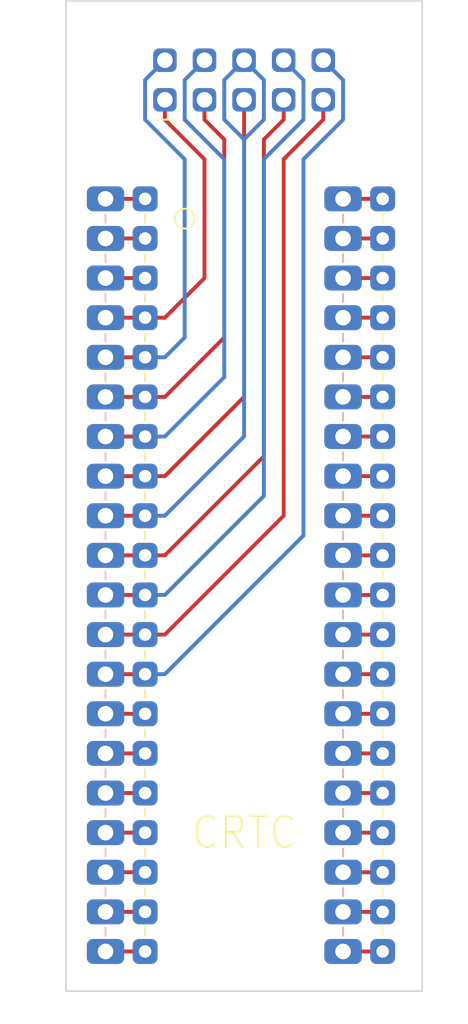
<source format=kicad_pcb>
(kicad_pcb (version 20240108) (generator "pcbnew") (generator_version "8.0")
  (title_block (title "CRTC WIRE ADAPTER") (date "2023-02-21") (rev "V001") (comment 2 "creativecommons.org/licenses/by-sa/4.0/") (comment 3 "License: CC BY-SA 4.0") (comment 4 "Author: InsaneDruid"))
  (layers (0 "F.Cu" signal) (31 "B.Cu" signal) (34 "B.Paste" user) (35 "F.Paste" user) (36 "B.SilkS" user "B.Silkscreen") (37 "F.SilkS" user "F.Silkscreen") (38 "B.Mask" user) (39 "F.Mask" user) (44 "Edge.Cuts" user))
  (net 0 "")
  (net 1 "GND")
  (net 2 "/~{RES}")
  (net 3 "/LPEN")
  (net 4 "/MA0")
  (net 5 "/MA1")
  (net 6 "/MA2")
  (net 7 "/MA3")
  (net 8 "/MA4")
  (net 9 "/MA5")
  (net 10 "/MA6")
  (net 11 "/MA7")
  (net 12 "/MA8")
  (net 13 "/MA9")
  (net 14 "/MA10")
  (net 15 "/MA11")
  (net 16 "/MA12")
  (net 17 "/MA13")
  (net 18 "/DISP_EN")
  (net 19 "/CURSOR")
  (net 20 "+5V")
  (net 21 "/VSYNC")
  (net 22 "/HSYNC")
  (net 23 "/RA0")
  (net 24 "/RA1")
  (net 25 "/RA2")
  (net 26 "/RA3")
  (net 27 "/RA4")
  (net 28 "/DB0")
  (net 29 "/DB1")
  (net 30 "/DB2")
  (net 31 "/DB3")
  (net 32 "/DB4")
  (net 33 "/DB5")
  (net 34 "/DB6")
  (net 35 "/DB7")
  (net 36 "/~{CS}")
  (net 37 "/RS")
  (net 38 "/PHI2")
  (net 39 "/R{slash}~{W}")
  (net 40 "/CCLOCK")
  (footprint "hrXX_lib_fp:DIP-40_W15.24mm_Socket" (layer "F.Cu") (at 91.44 40.64)
    (property "Reference" "U1" (hide yes))
    (property "Value" "6545")
    (fp_line (start 0 1.016) (end 0 1.524) (stroke (width 0.12)) (layer "F.SilkS"))
    (fp_line (start 0 3.556) (end 0 4.064) (stroke (width 0.12)) (layer "F.SilkS"))
    (fp_line (start 0 6.096) (end 0 6.604) (stroke (width 0.12)) (layer "F.SilkS"))
    (fp_line (start 0 8.636) (end 0 9.144) (stroke (width 0.12)) (layer "F.SilkS"))
    (fp_line (start 0 11.176) (end 0 11.684) (stroke (width 0.12)) (layer "F.SilkS"))
    (fp_line (start 0 13.716) (end 0 14.224) (stroke (width 0.12)) (layer "F.SilkS"))
    (fp_line (start 0 16.256) (end 0 16.764) (stroke (width 0.12)) (layer "F.SilkS"))
    (fp_line (start 0 18.796) (end 0 19.304) (stroke (width 0.12)) (layer "F.SilkS"))
    (fp_line (start 0 21.336) (end 0 21.844) (stroke (width 0.12)) (layer "F.SilkS"))
    (fp_line (start 0 23.876) (end 0 24.384) (stroke (width 0.12)) (layer "F.SilkS"))
    (fp_line (start 0 26.416) (end 0 26.924) (stroke (width 0.12)) (layer "F.SilkS"))
    (fp_line (start 0 28.956) (end 0 29.464) (stroke (width 0.12)) (layer "F.SilkS"))
    (fp_line (start 0 31.496) (end 0 32.004) (stroke (width 0.12)) (layer "F.SilkS"))
    (fp_line (start 0 34.036) (end 0 34.544) (stroke (width 0.12)) (layer "F.SilkS"))
    (fp_line (start 0 36.576) (end 0 37.084) (stroke (width 0.12)) (layer "F.SilkS"))
    (fp_line (start 0 39.116) (end 0 39.624) (stroke (width 0.12)) (layer "F.SilkS"))
    (fp_line (start 0 41.656) (end 0 42.164) (stroke (width 0.12)) (layer "F.SilkS"))
    (fp_line (start 0 44.196) (end 0 44.704) (stroke (width 0.12)) (layer "F.SilkS"))
    (fp_line (start 0 46.736) (end 0 47.244) (stroke (width 0.12)) (layer "F.SilkS"))
    (fp_line (start 15.24 1.016) (end 15.24 1.524) (stroke (width 0.12)) (layer "F.SilkS"))
    (fp_line (start 15.24 3.556) (end 15.24 4.064) (stroke (width 0.12)) (layer "F.SilkS"))
    (fp_line (start 15.24 6.096) (end 15.24 6.604) (stroke (width 0.12)) (layer "F.SilkS"))
    (fp_line (start 15.24 8.636) (end 15.24 9.144) (stroke (width 0.12)) (layer "F.SilkS"))
    (fp_line (start 15.24 11.176) (end 15.24 11.684) (stroke (width 0.12)) (layer "F.SilkS"))
    (fp_line (start 15.24 13.716) (end 15.24 14.224) (stroke (width 0.12)) (layer "F.SilkS"))
    (fp_line (start 15.24 16.256) (end 15.24 16.764) (stroke (width 0.12)) (layer "F.SilkS"))
    (fp_line (start 15.24 18.796) (end 15.24 19.304) (stroke (width 0.12)) (layer "F.SilkS"))
    (fp_line (start 15.24 21.336) (end 15.24 21.844) (stroke (width 0.12)) (layer "F.SilkS"))
    (fp_line (start 15.24 23.876) (end 15.24 24.384) (stroke (width 0.12)) (layer "F.SilkS"))
    (fp_line (start 15.24 26.416) (end 15.24 26.924) (stroke (width 0.12)) (layer "F.SilkS"))
    (fp_line (start 15.24 28.956) (end 15.24 29.464) (stroke (width 0.12)) (layer "F.SilkS"))
    (fp_line (start 15.24 31.496) (end 15.24 32.004) (stroke (width 0.12)) (layer "F.SilkS"))
    (fp_line (start 15.24 34.036) (end 15.24 34.544) (stroke (width 0.12)) (layer "F.SilkS"))
    (fp_line (start 15.24 36.576) (end 15.24 37.084) (stroke (width 0.12)) (layer "F.SilkS"))
    (fp_line (start 15.24 39.116) (end 15.24 39.624) (stroke (width 0.12)) (layer "F.SilkS"))
    (fp_line (start 15.24 41.656) (end 15.24 42.164) (stroke (width 0.12)) (layer "F.SilkS"))
    (fp_line (start 15.24 44.196) (end 15.24 44.704) (stroke (width 0.12)) (layer "F.SilkS"))
    (fp_line (start 15.24 46.736) (end 15.24 47.244) (stroke (width 0.12)) (layer "F.SilkS"))
    (fp_circle (center 2.54 1.27) (end 3.175 1.27) (stroke (width 0.12)) (fill none) (layer "F.SilkS"))
    (pad "1" thru_hole roundrect (at 0 0) (size 1.6 1.6) (drill 0.8) (layers "*.Cu" "*.Mask") (net 1 "GND"))
    (pad "2" thru_hole roundrect (at 0 2.54) (size 1.6 1.6) (drill 0.8) (layers "*.Cu" "*.Mask") (net 2 "/~{RES}"))
    (pad "3" thru_hole roundrect (at 0 5.08) (size 1.6 1.6) (drill 0.8) (layers "*.Cu" "*.Mask") (net 3 "/LPEN"))
    (pad "4" thru_hole roundrect (at 0 7.62) (size 1.6 1.6) (drill 0.8) (layers "*.Cu" "*.Mask") (net 4 "/MA0"))
    (pad "5" thru_hole roundrect (at 0 10.16) (size 1.6 1.6) (drill 0.8) (layers "*.Cu" "*.Mask") (net 5 "/MA1"))
    (pad "6" thru_hole roundrect (at 0 12.7) (size 1.6 1.6) (drill 0.8) (layers "*.Cu" "*.Mask") (net 6 "/MA2"))
    (pad "7" thru_hole roundrect (at 0 15.24) (size 1.6 1.6) (drill 0.8) (layers "*.Cu" "*.Mask") (net 7 "/MA3"))
    (pad "8" thru_hole roundrect (at 0 17.78) (size 1.6 1.6) (drill 0.8) (layers "*.Cu" "*.Mask") (net 8 "/MA4"))
    (pad "9" thru_hole roundrect (at 0 20.32) (size 1.6 1.6) (drill 0.8) (layers "*.Cu" "*.Mask") (net 9 "/MA5"))
    (pad "10" thru_hole roundrect (at 0 22.86) (size 1.6 1.6) (drill 0.8) (layers "*.Cu" "*.Mask") (net 10 "/MA6"))
    (pad "11" thru_hole roundrect (at 0 25.4) (size 1.6 1.6) (drill 0.8) (layers "*.Cu" "*.Mask") (net 11 "/MA7"))
    (pad "12" thru_hole roundrect (at 0 27.94) (size 1.6 1.6) (drill 0.8) (layers "*.Cu" "*.Mask") (net 12 "/MA8"))
    (pad "13" thru_hole roundrect (at 0 30.48) (size 1.6 1.6) (drill 0.8) (layers "*.Cu" "*.Mask") (net 13 "/MA9"))
    (pad "14" thru_hole roundrect (at 0 33.02) (size 1.6 1.6) (drill 0.8) (layers "*.Cu" "*.Mask") (net 14 "/MA10"))
    (pad "15" thru_hole roundrect (at 0 35.56) (size 1.6 1.6) (drill 0.8) (layers "*.Cu" "*.Mask") (net 15 "/MA11"))
    (pad "16" thru_hole roundrect (at 0 38.1) (size 1.6 1.6) (drill 0.8) (layers "*.Cu" "*.Mask") (net 16 "/MA12"))
    (pad "17" thru_hole roundrect (at 0 40.64) (size 1.6 1.6) (drill 0.8) (layers "*.Cu" "*.Mask") (net 17 "/MA13"))
    (pad "18" thru_hole roundrect (at 0 43.18) (size 1.6 1.6) (drill 0.8) (layers "*.Cu" "*.Mask") (net 18 "/DISP_EN"))
    (pad "19" thru_hole roundrect (at 0 45.72) (size 1.6 1.6) (drill 0.8) (layers "*.Cu" "*.Mask") (net 19 "/CURSOR"))
    (pad "20" thru_hole roundrect (at 0 48.26) (size 1.6 1.6) (drill 0.8) (layers "*.Cu" "*.Mask") (net 20 "+5V"))
    (pad "21" thru_hole roundrect (at 15.24 48.26) (size 1.6 1.6) (drill 0.8) (layers "*.Cu" "*.Mask") (net 40 "/CCLOCK"))
    (pad "22" thru_hole roundrect (at 15.24 45.72) (size 1.6 1.6) (drill 0.8) (layers "*.Cu" "*.Mask") (net 39 "/R{slash}~{W}"))
    (pad "23" thru_hole roundrect (at 15.24 43.18) (size 1.6 1.6) (drill 0.8) (layers "*.Cu" "*.Mask") (net 38 "/PHI2"))
    (pad "24" thru_hole roundrect (at 15.24 40.64) (size 1.6 1.6) (drill 0.8) (layers "*.Cu" "*.Mask") (net 37 "/RS"))
    (pad "25" thru_hole roundrect (at 15.24 38.1) (size 1.6 1.6) (drill 0.8) (layers "*.Cu" "*.Mask") (net 36 "/~{CS}"))
    (pad "26" thru_hole roundrect (at 15.24 35.56) (size 1.6 1.6) (drill 0.8) (layers "*.Cu" "*.Mask") (net 35 "/DB7"))
    (pad "27" thru_hole roundrect (at 15.24 33.02) (size 1.6 1.6) (drill 0.8) (layers "*.Cu" "*.Mask") (net 34 "/DB6"))
    (pad "28" thru_hole roundrect (at 15.24 30.48) (size 1.6 1.6) (drill 0.8) (layers "*.Cu" "*.Mask") (net 33 "/DB5"))
    (pad "29" thru_hole roundrect (at 15.24 27.94) (size 1.6 1.6) (drill 0.8) (layers "*.Cu" "*.Mask") (net 32 "/DB4"))
    (pad "30" thru_hole roundrect (at 15.24 25.4) (size 1.6 1.6) (drill 0.8) (layers "*.Cu" "*.Mask") (net 31 "/DB3"))
    (pad "31" thru_hole roundrect (at 15.24 22.86) (size 1.6 1.6) (drill 0.8) (layers "*.Cu" "*.Mask") (net 30 "/DB2"))
    (pad "32" thru_hole roundrect (at 15.24 20.32) (size 1.6 1.6) (drill 0.8) (layers "*.Cu" "*.Mask") (net 29 "/DB1"))
    (pad "33" thru_hole roundrect (at 15.24 17.78) (size 1.6 1.6) (drill 0.8) (layers "*.Cu" "*.Mask") (net 28 "/DB0"))
    (pad "34" thru_hole roundrect (at 15.24 15.24) (size 1.6 1.6) (drill 0.8) (layers "*.Cu" "*.Mask") (net 27 "/RA4"))
    (pad "35" thru_hole roundrect (at 15.24 12.7) (size 1.6 1.6) (drill 0.8) (layers "*.Cu" "*.Mask") (net 26 "/RA3"))
    (pad "36" thru_hole roundrect (at 15.24 10.16) (size 1.6 1.6) (drill 0.8) (layers "*.Cu" "*.Mask") (net 25 "/RA2"))
    (pad "37" thru_hole roundrect (at 15.24 7.62) (size 1.6 1.6) (drill 0.8) (layers "*.Cu" "*.Mask") (net 24 "/RA1"))
    (pad "38" thru_hole roundrect (at 15.24 5.08) (size 1.6 1.6) (drill 0.8) (layers "*.Cu" "*.Mask") (net 23 "/RA0"))
    (pad "39" thru_hole roundrect (at 15.24 2.54) (size 1.6 1.6) (drill 0.8) (layers "*.Cu" "*.Mask") (net 22 "/HSYNC"))
    (pad "40" thru_hole roundrect (at 15.24 0) (size 1.6 1.6) (drill 0.8) (layers "*.Cu" "*.Mask") (net 21 "/VSYNC"))
  )
  (footprint "hrXX_lib_fp:Conn_02_05_Odd_Even" (layer "F.Cu") (at 92.71 34.29)
    (property "Reference" "J3" (hide yes))
    (property "Value" "Conn_01x10_Male")
    (fp_line (start -0.635 1.27) (end 0.635 1.27) (stroke (width 0.12)) (layer "F.SilkS"))
    (pad "1" thru_hole roundrect (at 0 0) (size 1.508 1.508) (drill 1) (layers "*.Cu" "*.Mask") (net 4 "/MA0"))
    (pad "2" thru_hole roundrect (at 0 -2.54) (size 1.508 1.508) (drill 1) (layers "*.Cu" "*.Mask") (net 5 "/MA1"))
    (pad "3" thru_hole roundrect (at 2.54 0) (size 1.508 1.508) (drill 1) (layers "*.Cu" "*.Mask") (net 6 "/MA2"))
    (pad "4" thru_hole roundrect (at 2.54 -2.54) (size 1.508 1.508) (drill 1) (layers "*.Cu" "*.Mask") (net 7 "/MA3"))
    (pad "5" thru_hole roundrect (at 5.08 0) (size 1.508 1.508) (drill 1) (layers "*.Cu" "*.Mask") (net 8 "/MA4"))
    (pad "6" thru_hole roundrect (at 5.08 -2.54) (size 1.508 1.508) (drill 1) (layers "*.Cu" "*.Mask") (net 9 "/MA5"))
    (pad "7" thru_hole roundrect (at 7.62 0) (size 1.508 1.508) (drill 1) (layers "*.Cu" "*.Mask") (net 10 "/MA6"))
    (pad "8" thru_hole roundrect (at 7.62 -2.54) (size 1.508 1.508) (drill 1) (layers "*.Cu" "*.Mask") (net 11 "/MA7"))
    (pad "9" thru_hole roundrect (at 10.16 0) (size 1.508 1.508) (drill 1) (layers "*.Cu" "*.Mask") (net 12 "/MA8"))
    (pad "10" thru_hole roundrect (at 10.16 -2.54) (size 1.508 1.508) (drill 1) (layers "*.Cu" "*.Mask") (net 13 "/MA9"))
  )
  (footprint "hrXX_lib_fp:PinHeader_1x20_P2.54mm_Vertical" (layer "B.Cu") (at 88.9 40.64 180)
    (property "Reference" "J1" (hide yes))
    (property "Value" "Conn_01x20_Male")
    (fp_line (start 0 -1.524) (end 0 -1.016) (stroke (width 0.12)) (layer "B.SilkS"))
    (fp_line (start 0 -4.064) (end 0 -3.556) (stroke (width 0.12)) (layer "B.SilkS"))
    (fp_line (start 0 -6.604) (end 0 -6.096) (stroke (width 0.12)) (layer "B.SilkS"))
    (fp_line (start 0 -9.144) (end 0 -8.636) (stroke (width 0.12)) (layer "B.SilkS"))
    (fp_line (start 0 -11.684) (end 0 -11.176) (stroke (width 0.12)) (layer "B.SilkS"))
    (fp_line (start 0 -14.224) (end 0 -13.716) (stroke (width 0.12)) (layer "B.SilkS"))
    (fp_line (start 0 -16.764) (end 0 -16.256) (stroke (width 0.12)) (layer "B.SilkS"))
    (fp_line (start 0 -19.304) (end 0 -18.796) (stroke (width 0.12)) (layer "B.SilkS"))
    (fp_line (start 0 -21.844) (end 0 -21.336) (stroke (width 0.12)) (layer "B.SilkS"))
    (fp_line (start 0 -24.384) (end 0 -23.876) (stroke (width 0.12)) (layer "B.SilkS"))
    (fp_line (start 0 -26.924) (end 0 -26.416) (stroke (width 0.12)) (layer "B.SilkS"))
    (fp_line (start 0 -29.464) (end 0 -28.956) (stroke (width 0.12)) (layer "B.SilkS"))
    (fp_line (start 0 -32.004) (end 0 -31.496) (stroke (width 0.12)) (layer "B.SilkS"))
    (fp_line (start 0 -34.544) (end 0 -34.036) (stroke (width 0.12)) (layer "B.SilkS"))
    (fp_line (start 0 -37.084) (end 0 -36.576) (stroke (width 0.12)) (layer "B.SilkS"))
    (fp_line (start 0 -39.624) (end 0 -39.116) (stroke (width 0.12)) (layer "B.SilkS"))
    (fp_line (start 0 -42.164) (end 0 -41.656) (stroke (width 0.12)) (layer "B.SilkS"))
    (fp_line (start 0 -44.704) (end 0 -44.196) (stroke (width 0.12)) (layer "B.SilkS"))
    (fp_line (start 0 -47.244) (end 0 -46.736) (stroke (width 0.12)) (layer "B.SilkS"))
    (pad "1" thru_hole roundrect (at 0 0 180) (size 2.4 1.6) (drill 1) (layers "*.Cu" "*.Mask") (net 1 "GND"))
    (pad "2" thru_hole roundrect (at 0 -2.54 180) (size 2.4 1.6) (drill 1) (layers "*.Cu" "*.Mask") (net 2 "/~{RES}"))
    (pad "3" thru_hole roundrect (at 0 -5.08 180) (size 2.4 1.6) (drill 1) (layers "*.Cu" "*.Mask") (net 3 "/LPEN"))
    (pad "4" thru_hole roundrect (at 0 -7.62 180) (size 2.4 1.6) (drill 1) (layers "*.Cu" "*.Mask") (net 4 "/MA0"))
    (pad "5" thru_hole roundrect (at 0 -10.16 180) (size 2.4 1.6) (drill 1) (layers "*.Cu" "*.Mask") (net 5 "/MA1"))
    (pad "6" thru_hole roundrect (at 0 -12.7 180) (size 2.4 1.6) (drill 1) (layers "*.Cu" "*.Mask") (net 6 "/MA2"))
    (pad "7" thru_hole roundrect (at 0 -15.24 180) (size 2.4 1.6) (drill 1) (layers "*.Cu" "*.Mask") (net 7 "/MA3"))
    (pad "8" thru_hole roundrect (at 0 -17.78 180) (size 2.4 1.6) (drill 1) (layers "*.Cu" "*.Mask") (net 8 "/MA4"))
    (pad "9" thru_hole roundrect (at 0 -20.32 180) (size 2.4 1.6) (drill 1) (layers "*.Cu" "*.Mask") (net 9 "/MA5"))
    (pad "10" thru_hole roundrect (at 0 -22.86 180) (size 2.4 1.6) (drill 1) (layers "*.Cu" "*.Mask") (net 10 "/MA6"))
    (pad "11" thru_hole roundrect (at 0 -25.4 180) (size 2.4 1.6) (drill 1) (layers "*.Cu" "*.Mask") (net 11 "/MA7"))
    (pad "12" thru_hole roundrect (at 0 -27.94 180) (size 2.4 1.6) (drill 1) (layers "*.Cu" "*.Mask") (net 12 "/MA8"))
    (pad "13" thru_hole roundrect (at 0 -30.48 180) (size 2.4 1.6) (drill 1) (layers "*.Cu" "*.Mask") (net 13 "/MA9"))
    (pad "14" thru_hole roundrect (at 0 -33.02 180) (size 2.4 1.6) (drill 1) (layers "*.Cu" "*.Mask") (net 14 "/MA10"))
    (pad "15" thru_hole roundrect (at 0 -35.56 180) (size 2.4 1.6) (drill 1) (layers "*.Cu" "*.Mask") (net 15 "/MA11"))
    (pad "16" thru_hole roundrect (at 0 -38.1 180) (size 2.4 1.6) (drill 1) (layers "*.Cu" "*.Mask") (net 16 "/MA12"))
    (pad "17" thru_hole roundrect (at 0 -40.64 180) (size 2.4 1.6) (drill 1) (layers "*.Cu" "*.Mask") (net 17 "/MA13"))
    (pad "18" thru_hole roundrect (at 0 -43.18 180) (size 2.4 1.6) (drill 1) (layers "*.Cu" "*.Mask") (net 18 "/DISP_EN"))
    (pad "19" thru_hole roundrect (at 0 -45.72 180) (size 2.4 1.6) (drill 1) (layers "*.Cu" "*.Mask") (net 19 "/CURSOR"))
    (pad "20" thru_hole roundrect (at 0 -48.26 180) (size 2.4 1.6) (drill 1) (layers "*.Cu" "*.Mask") (net 20 "+5V"))
  )
  (footprint "hrXX_lib_fp:PinHeader_1x20_P2.54mm_Vertical" (layer "B.Cu") (at 104.14 40.64 180)
    (property "Reference" "J2" (hide yes))
    (property "Value" "Conn_01x20_Male")
    (fp_line (start 0 -1.524) (end 0 -1.016) (stroke (width 0.12)) (layer "B.SilkS"))
    (fp_line (start 0 -4.064) (end 0 -3.556) (stroke (width 0.12)) (layer "B.SilkS"))
    (fp_line (start 0 -6.604) (end 0 -6.096) (stroke (width 0.12)) (layer "B.SilkS"))
    (fp_line (start 0 -9.144) (end 0 -8.636) (stroke (width 0.12)) (layer "B.SilkS"))
    (fp_line (start 0 -11.684) (end 0 -11.176) (stroke (width 0.12)) (layer "B.SilkS"))
    (fp_line (start 0 -14.224) (end 0 -13.716) (stroke (width 0.12)) (layer "B.SilkS"))
    (fp_line (start 0 -16.764) (end 0 -16.256) (stroke (width 0.12)) (layer "B.SilkS"))
    (fp_line (start 0 -19.304) (end 0 -18.796) (stroke (width 0.12)) (layer "B.SilkS"))
    (fp_line (start 0 -21.844) (end 0 -21.336) (stroke (width 0.12)) (layer "B.SilkS"))
    (fp_line (start 0 -24.384) (end 0 -23.876) (stroke (width 0.12)) (layer "B.SilkS"))
    (fp_line (start 0 -26.924) (end 0 -26.416) (stroke (width 0.12)) (layer "B.SilkS"))
    (fp_line (start 0 -29.464) (end 0 -28.956) (stroke (width 0.12)) (layer "B.SilkS"))
    (fp_line (start 0 -32.004) (end 0 -31.496) (stroke (width 0.12)) (layer "B.SilkS"))
    (fp_line (start 0 -34.544) (end 0 -34.036) (stroke (width 0.12)) (layer "B.SilkS"))
    (fp_line (start 0 -37.084) (end 0 -36.576) (stroke (width 0.12)) (layer "B.SilkS"))
    (fp_line (start 0 -39.624) (end 0 -39.116) (stroke (width 0.12)) (layer "B.SilkS"))
    (fp_line (start 0 -42.164) (end 0 -41.656) (stroke (width 0.12)) (layer "B.SilkS"))
    (fp_line (start 0 -44.704) (end 0 -44.196) (stroke (width 0.12)) (layer "B.SilkS"))
    (fp_line (start 0 -47.244) (end 0 -46.736) (stroke (width 0.12)) (layer "B.SilkS"))
    (pad "1" thru_hole roundrect (at 0 0 180) (size 2.4 1.6) (drill 1) (layers "*.Cu" "*.Mask") (net 21 "/VSYNC"))
    (pad "2" thru_hole roundrect (at 0 -2.54 180) (size 2.4 1.6) (drill 1) (layers "*.Cu" "*.Mask") (net 22 "/HSYNC"))
    (pad "3" thru_hole roundrect (at 0 -5.08 180) (size 2.4 1.6) (drill 1) (layers "*.Cu" "*.Mask") (net 23 "/RA0"))
    (pad "4" thru_hole roundrect (at 0 -7.62 180) (size 2.4 1.6) (drill 1) (layers "*.Cu" "*.Mask") (net 24 "/RA1"))
    (pad "5" thru_hole roundrect (at 0 -10.16 180) (size 2.4 1.6) (drill 1) (layers "*.Cu" "*.Mask") (net 25 "/RA2"))
    (pad "6" thru_hole roundrect (at 0 -12.7 180) (size 2.4 1.6) (drill 1) (layers "*.Cu" "*.Mask") (net 26 "/RA3"))
    (pad "7" thru_hole roundrect (at 0 -15.24 180) (size 2.4 1.6) (drill 1) (layers "*.Cu" "*.Mask") (net 27 "/RA4"))
    (pad "8" thru_hole roundrect (at 0 -17.78 180) (size 2.4 1.6) (drill 1) (layers "*.Cu" "*.Mask") (net 28 "/DB0"))
    (pad "9" thru_hole roundrect (at 0 -20.32 180) (size 2.4 1.6) (drill 1) (layers "*.Cu" "*.Mask") (net 29 "/DB1"))
    (pad "10" thru_hole roundrect (at 0 -22.86 180) (size 2.4 1.6) (drill 1) (layers "*.Cu" "*.Mask") (net 30 "/DB2"))
    (pad "11" thru_hole roundrect (at 0 -25.4 180) (size 2.4 1.6) (drill 1) (layers "*.Cu" "*.Mask") (net 31 "/DB3"))
    (pad "12" thru_hole roundrect (at 0 -27.94 180) (size 2.4 1.6) (drill 1) (layers "*.Cu" "*.Mask") (net 32 "/DB4"))
    (pad "13" thru_hole roundrect (at 0 -30.48 180) (size 2.4 1.6) (drill 1) (layers "*.Cu" "*.Mask") (net 33 "/DB5"))
    (pad "14" thru_hole roundrect (at 0 -33.02 180) (size 2.4 1.6) (drill 1) (layers "*.Cu" "*.Mask") (net 34 "/DB6"))
    (pad "15" thru_hole roundrect (at 0 -35.56 180) (size 2.4 1.6) (drill 1) (layers "*.Cu" "*.Mask") (net 35 "/DB7"))
    (pad "16" thru_hole roundrect (at 0 -38.1 180) (size 2.4 1.6) (drill 1) (layers "*.Cu" "*.Mask") (net 36 "/~{CS}"))
    (pad "17" thru_hole roundrect (at 0 -40.64 180) (size 2.4 1.6) (drill 1) (layers "*.Cu" "*.Mask") (net 37 "/RS"))
    (pad "18" thru_hole roundrect (at 0 -43.18 180) (size 2.4 1.6) (drill 1) (layers "*.Cu" "*.Mask") (net 38 "/PHI2"))
    (pad "19" thru_hole roundrect (at 0 -45.72 180) (size 2.4 1.6) (drill 1) (layers "*.Cu" "*.Mask") (net 39 "/R{slash}~{W}"))
    (pad "20" thru_hole roundrect (at 0 -48.26 180) (size 2.4 1.6) (drill 1) (layers "*.Cu" "*.Mask") (net 40 "/CCLOCK"))
  )
  (gr_rect (start 86.36 27.94) (end 109.22 91.44) (stroke (width 0.1)) (fill none) (layer "Edge.Cuts"))
  (gr_text "CRTC" (at 97.79 81.28 0) (layer "F.SilkS") (effects (font (size 2 1.8))))
  (segment (start 88.9 40.64) (end 91.44 40.64) (width 0.25) (layer "F.Cu") (net 1))
  (segment (start 88.9 43.18) (end 91.44 43.18) (width 0.25) (layer "F.Cu") (net 2))
  (segment (start 88.9 45.72) (end 91.44 45.72) (width 0.25) (layer "F.Cu") (net 3))
  (segment (start 95.25 38.1) (end 95.25 45.72) (width 0.25) (layer "F.Cu") (net 4))
  (segment (start 92.71 48.26) (end 91.44 48.26) (width 0.25) (layer "F.Cu") (net 4))
  (segment (start 88.9 48.26) (end 91.44 48.26) (width 0.25) (layer "F.Cu") (net 4))
  (segment (start 95.25 45.72) (end 92.71 48.26) (width 0.25) (layer "F.Cu") (net 4))
  (segment (start 92.71 35.56) (end 95.25 38.1) (width 0.25) (layer "F.Cu") (net 4))
  (segment (start 92.71 34.29) (end 92.71 35.56) (width 0.25) (layer "F.Cu") (net 4))
  (segment (start 88.9 50.8) (end 91.44 50.8) (width 0.25) (layer "F.Cu") (net 5))
  (segment (start 93.98 38.1) (end 93.98 49.53) (width 0.25) (layer "B.Cu") (net 5))
  (segment (start 91.44 33.02) (end 91.44 35.56) (width 0.25) (layer "B.Cu") (net 5))
  (segment (start 91.44 35.56) (end 93.98 38.1) (width 0.25) (layer "B.Cu") (net 5))
  (segment (start 92.71 31.75) (end 91.44 33.02) (width 0.25) (layer "B.Cu") (net 5))
  (segment (start 93.98 49.53) (end 92.71 50.8) (width 0.25) (layer "B.Cu") (net 5))
  (segment (start 92.71 50.8) (end 91.44 50.8) (width 0.25) (layer "B.Cu") (net 5))
  (segment (start 92.71 53.34) (end 91.44 53.34) (width 0.25) (layer "F.Cu") (net 6))
  (segment (start 95.25 34.29) (end 95.25 35.56) (width 0.25) (layer "F.Cu") (net 6))
  (segment (start 96.52 36.83) (end 96.52 49.53) (width 0.25) (layer "F.Cu") (net 6))
  (segment (start 88.9 53.34) (end 91.44 53.34) (width 0.25) (layer "F.Cu") (net 6))
  (segment (start 96.52 49.53) (end 92.71 53.34) (width 0.25) (layer "F.Cu") (net 6))
  (segment (start 95.25 35.56) (end 96.52 36.83) (width 0.25) (layer "F.Cu") (net 6))
  (segment (start 88.9 55.88) (end 91.44 55.88) (width 0.25) (layer "F.Cu") (net 7))
  (segment (start 92.71 55.88) (end 91.44 55.88) (width 0.25) (layer "B.Cu") (net 7))
  (segment (start 93.98 33.02) (end 93.98 35.56) (width 0.25) (layer "B.Cu") (net 7))
  (segment (start 93.98 35.56) (end 96.52 38.1) (width 0.25) (layer "B.Cu") (net 7))
  (segment (start 96.52 52.07) (end 92.71 55.88) (width 0.25) (layer "B.Cu") (net 7))
  (segment (start 95.25 31.75) (end 93.98 33.02) (width 0.25) (layer "B.Cu") (net 7))
  (segment (start 96.52 38.1) (end 96.52 52.07) (width 0.25) (layer "B.Cu") (net 7))
  (segment (start 92.71 58.42) (end 91.44 58.42) (width 0.25) (layer "F.Cu") (net 8))
  (segment (start 88.9 58.42) (end 91.44 58.42) (width 0.25) (layer "F.Cu") (net 8))
  (segment (start 97.79 34.29) (end 97.79 53.34) (width 0.25) (layer "F.Cu") (net 8))
  (segment (start 97.79 53.34) (end 92.71 58.42) (width 0.25) (layer "F.Cu") (net 8))
  (segment (start 88.9 60.96) (end 91.44 60.96) (width 0.25) (layer "F.Cu") (net 9))
  (segment (start 97.79 31.75) (end 99.06 33.02) (width 0.25) (layer "B.Cu") (net 9))
  (segment (start 97.79 36.83) (end 97.79 55.88) (width 0.25) (layer "B.Cu") (net 9))
  (segment (start 97.79 55.88) (end 92.71 60.96) (width 0.25) (layer "B.Cu") (net 9))
  (segment (start 99.06 35.56) (end 97.79 36.83) (width 0.25) (layer "B.Cu") (net 9))
  (segment (start 96.52 33.02) (end 96.52 35.56) (width 0.25) (layer "B.Cu") (net 9))
  (segment (start 92.71 60.96) (end 91.44 60.96) (width 0.25) (layer "B.Cu") (net 9))
  (segment (start 96.52 35.56) (end 97.79 36.83) (width 0.25) (layer "B.Cu") (net 9))
  (segment (start 99.06 33.02) (end 99.06 35.56) (width 0.25) (layer "B.Cu") (net 9))
  (segment (start 97.79 31.75) (end 96.52 33.02) (width 0.25) (layer "B.Cu") (net 9))
  (segment (start 99.06 57.15) (end 92.71 63.5) (width 0.25) (layer "F.Cu") (net 10))
  (segment (start 92.71 63.5) (end 91.44 63.5) (width 0.25) (layer "F.Cu") (net 10))
  (segment (start 88.9 63.5) (end 91.44 63.5) (width 0.25) (layer "F.Cu") (net 10))
  (segment (start 100.33 35.56) (end 99.06 36.83) (width 0.25) (layer "F.Cu") (net 10))
  (segment (start 100.33 34.29) (end 100.33 35.56) (width 0.25) (layer "F.Cu") (net 10))
  (segment (start 99.06 36.83) (end 99.06 57.15) (width 0.25) (layer "F.Cu") (net 10))
  (segment (start 91.44 66.04) (end 88.9 66.04) (width 0.25) (layer "F.Cu") (net 11))
  (segment (start 99.06 59.69) (end 92.71 66.04) (width 0.25) (layer "B.Cu") (net 11))
  (segment (start 100.33 31.75) (end 101.6 33.02) (width 0.25) (layer "B.Cu") (net 11))
  (segment (start 101.6 33.02) (end 101.6 35.56) (width 0.25) (layer "B.Cu") (net 11))
  (segment (start 101.6 35.56) (end 99.06 38.1) (width 0.25) (layer "B.Cu") (net 11))
  (segment (start 99.06 38.1) (end 99.06 59.69) (width 0.25) (layer "B.Cu") (net 11))
  (segment (start 92.71 66.04) (end 91.44 66.04) (width 0.25) (layer "B.Cu") (net 11))
  (segment (start 102.87 34.29) (end 102.87 35.56) (width 0.25) (layer "F.Cu") (net 12))
  (segment (start 100.33 38.1) (end 100.33 60.96) (width 0.25) (layer "F.Cu") (net 12))
  (segment (start 102.87 35.56) (end 100.33 38.1) (width 0.25) (layer "F.Cu") (net 12))
  (segment (start 100.33 60.96) (end 92.71 68.58) (width 0.25) (layer "F.Cu") (net 12))
  (segment (start 91.44 68.58) (end 88.9 68.58) (width 0.25) (layer "F.Cu") (net 12))
  (segment (start 92.71 68.58) (end 91.44 68.58) (width 0.25) (layer "F.Cu") (net 12))
  (segment (start 91.44 71.12) (end 88.9 71.12) (width 0.25) (layer "F.Cu") (net 13))
  (segment (start 92.71 71.12) (end 91.44 71.12) (width 0.25) (layer "B.Cu") (net 13))
  (segment (start 101.6 62.23) (end 92.71 71.12) (width 0.25) (layer "B.Cu") (net 13))
  (segment (start 102.87 31.75) (end 104.14 33.02) (width 0.25) (layer "B.Cu") (net 13))
  (segment (start 104.14 33.02) (end 104.14 35.56) (width 0.25) (layer "B.Cu") (net 13))
  (segment (start 104.14 35.56) (end 101.6 38.1) (width 0.25) (layer "B.Cu") (net 13))
  (segment (start 101.6 38.1) (end 101.6 62.23) (width 0.25) (layer "B.Cu") (net 13))
  (segment (start 91.44 73.66) (end 88.9 73.66) (width 0.25) (layer "F.Cu") (net 14))
  (segment (start 91.44 76.2) (end 88.9 76.2) (width 0.25) (layer "F.Cu") (net 15))
  (segment (start 91.44 78.74) (end 88.9 78.74) (width 0.25) (layer "F.Cu") (net 16))
  (segment (start 91.44 81.28) (end 88.9 81.28) (width 0.25) (layer "F.Cu") (net 17))
  (segment (start 88.9 83.82) (end 91.44 83.82) (width 0.25) (layer "F.Cu") (net 18))
  (segment (start 88.9 86.36) (end 91.44 86.36) (width 0.25) (layer "F.Cu") (net 19))
  (segment (start 88.9 88.9) (end 91.44 88.9) (width 0.25) (layer "F.Cu") (net 20))
  (segment (start 104.14 40.64) (end 106.68 40.64) (width 0.25) (layer "F.Cu") (net 21))
  (segment (start 104.14 43.18) (end 106.68 43.18) (width 0.25) (layer "F.Cu") (net 22))
  (segment (start 104.14 45.72) (end 106.68 45.72) (width 0.25) (layer "F.Cu") (net 23))
  (segment (start 104.14 48.26) (end 106.68 48.26) (width 0.25) (layer "F.Cu") (net 24))
  (segment (start 104.14 50.8) (end 106.68 50.8) (width 0.25) (layer "F.Cu") (net 25))
  (segment (start 104.14 53.34) (end 106.68 53.34) (width 0.25) (layer "F.Cu") (net 26))
  (segment (start 104.14 55.88) (end 106.68 55.88) (width 0.25) (layer "F.Cu") (net 27))
  (segment (start 104.14 58.42) (end 106.68 58.42) (width 0.25) (layer "F.Cu") (net 28))
  (segment (start 104.14 60.96) (end 106.68 60.96) (width 0.25) (layer "F.Cu") (net 29))
  (segment (start 104.14 63.5) (end 106.68 63.5) (width 0.25) (layer "F.Cu") (net 30))
  (segment (start 104.14 66.04) (end 106.68 66.04) (width 0.25) (layer "F.Cu") (net 31))
  (segment (start 104.14 68.58) (end 106.68 68.58) (width 0.25) (layer "F.Cu") (net 32))
  (segment (start 104.14 71.12) (end 106.68 71.12) (width 0.25) (layer "F.Cu") (net 33))
  (segment (start 104.14 73.66) (end 106.68 73.66) (width 0.25) (layer "F.Cu") (net 34))
  (segment (start 104.14 76.2) (end 106.68 76.2) (width 0.25) (layer "F.Cu") (net 35))
  (segment (start 104.14 78.74) (end 106.68 78.74) (width 0.25) (layer "F.Cu") (net 36))
  (segment (start 104.14 81.28) (end 106.68 81.28) (width 0.25) (layer "F.Cu") (net 37))
  (segment (start 104.14 83.82) (end 106.68 83.82) (width 0.25) (layer "F.Cu") (net 38))
  (segment (start 104.14 86.36) (end 106.68 86.36) (width 0.25) (layer "F.Cu") (net 39))
  (segment (start 104.14 88.9) (end 106.68 88.9) (width 0.25) (layer "F.Cu") (net 40))
)
</source>
